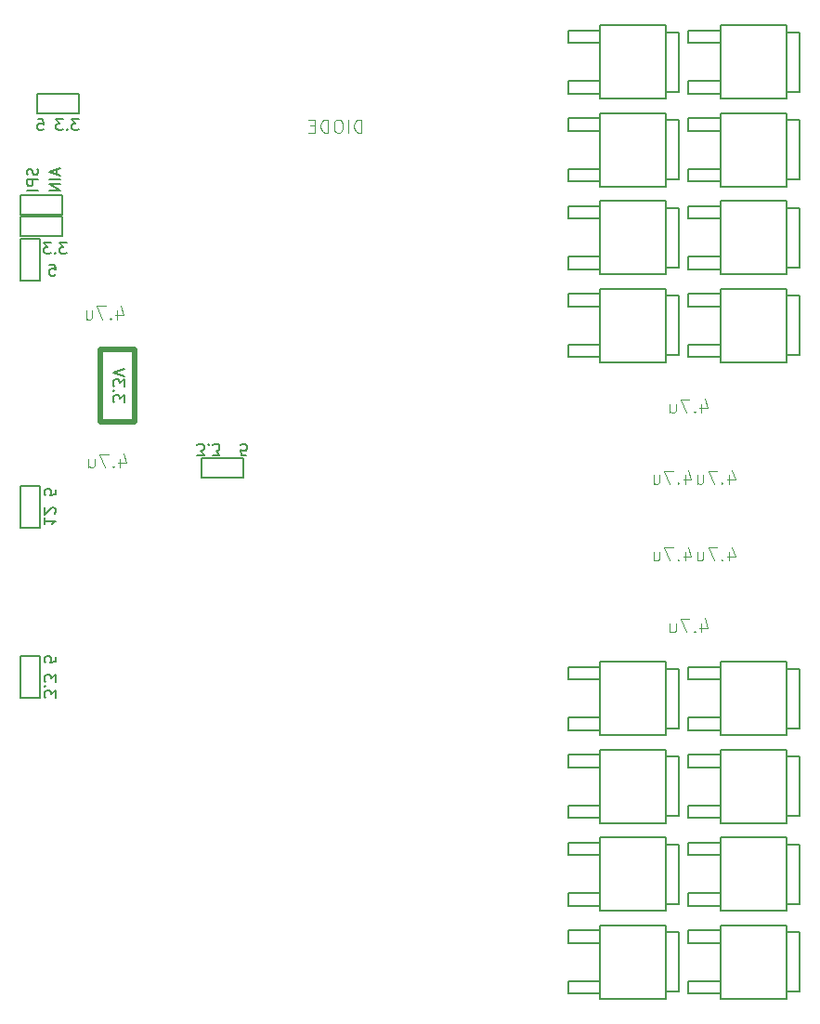
<source format=gbr>
G04 #@! TF.FileFunction,Legend,Bot*
%FSLAX46Y46*%
G04 Gerber Fmt 4.6, Leading zero omitted, Abs format (unit mm)*
G04 Created by KiCad (PCBNEW 4.0.7) date 12/18/17 20:41:25*
%MOMM*%
%LPD*%
G01*
G04 APERTURE LIST*
%ADD10C,0.100000*%
%ADD11C,0.200000*%
%ADD12C,0.500000*%
%ADD13C,0.150000*%
%ADD14C,0.101600*%
G04 APERTURE END LIST*
D10*
D11*
X14047619Y-37976190D02*
X14047619Y-37357142D01*
X13666667Y-37690476D01*
X13666667Y-37547618D01*
X13619048Y-37452380D01*
X13571429Y-37404761D01*
X13476190Y-37357142D01*
X13238095Y-37357142D01*
X13142857Y-37404761D01*
X13095238Y-37452380D01*
X13047619Y-37547618D01*
X13047619Y-37833333D01*
X13095238Y-37928571D01*
X13142857Y-37976190D01*
X13142857Y-36928571D02*
X13095238Y-36880952D01*
X13047619Y-36928571D01*
X13095238Y-36976190D01*
X13142857Y-36928571D01*
X13047619Y-36928571D01*
X14047619Y-36547619D02*
X14047619Y-35928571D01*
X13666667Y-36261905D01*
X13666667Y-36119047D01*
X13619048Y-36023809D01*
X13571429Y-35976190D01*
X13476190Y-35928571D01*
X13238095Y-35928571D01*
X13142857Y-35976190D01*
X13095238Y-36023809D01*
X13047619Y-36119047D01*
X13047619Y-36404762D01*
X13095238Y-36500000D01*
X13142857Y-36547619D01*
X14047619Y-35642857D02*
X13047619Y-35309524D01*
X14047619Y-34976190D01*
X6797619Y-48547619D02*
X6797619Y-49119048D01*
X6797619Y-48833334D02*
X7797619Y-48833334D01*
X7654762Y-48928572D01*
X7559524Y-49023810D01*
X7511905Y-49119048D01*
X7702381Y-48166667D02*
X7750000Y-48119048D01*
X7797619Y-48023810D01*
X7797619Y-47785714D01*
X7750000Y-47690476D01*
X7702381Y-47642857D01*
X7607143Y-47595238D01*
X7511905Y-47595238D01*
X7369048Y-47642857D01*
X6797619Y-48214286D01*
X6797619Y-47595238D01*
X7797619Y-45928571D02*
X7797619Y-46404762D01*
X7321429Y-46452381D01*
X7369048Y-46404762D01*
X7416667Y-46309524D01*
X7416667Y-46071428D01*
X7369048Y-45976190D01*
X7321429Y-45928571D01*
X7226190Y-45880952D01*
X6988095Y-45880952D01*
X6892857Y-45928571D01*
X6845238Y-45976190D01*
X6797619Y-46071428D01*
X6797619Y-46309524D01*
X6845238Y-46404762D01*
X6892857Y-46452381D01*
X9904762Y-12202381D02*
X9285714Y-12202381D01*
X9619048Y-12583333D01*
X9476190Y-12583333D01*
X9380952Y-12630952D01*
X9333333Y-12678571D01*
X9285714Y-12773810D01*
X9285714Y-13011905D01*
X9333333Y-13107143D01*
X9380952Y-13154762D01*
X9476190Y-13202381D01*
X9761905Y-13202381D01*
X9857143Y-13154762D01*
X9904762Y-13107143D01*
X8857143Y-13107143D02*
X8809524Y-13154762D01*
X8857143Y-13202381D01*
X8904762Y-13154762D01*
X8857143Y-13107143D01*
X8857143Y-13202381D01*
X8476191Y-12202381D02*
X7857143Y-12202381D01*
X8190477Y-12583333D01*
X8047619Y-12583333D01*
X7952381Y-12630952D01*
X7904762Y-12678571D01*
X7857143Y-12773810D01*
X7857143Y-13011905D01*
X7904762Y-13107143D01*
X7952381Y-13154762D01*
X8047619Y-13202381D01*
X8333334Y-13202381D01*
X8428572Y-13154762D01*
X8476191Y-13107143D01*
X6190476Y-12202381D02*
X6666667Y-12202381D01*
X6714286Y-12678571D01*
X6666667Y-12630952D01*
X6571429Y-12583333D01*
X6333333Y-12583333D01*
X6238095Y-12630952D01*
X6190476Y-12678571D01*
X6142857Y-12773810D01*
X6142857Y-13011905D01*
X6190476Y-13107143D01*
X6238095Y-13154762D01*
X6333333Y-13202381D01*
X6571429Y-13202381D01*
X6666667Y-13154762D01*
X6714286Y-13107143D01*
X7797619Y-64904762D02*
X7797619Y-64285714D01*
X7416667Y-64619048D01*
X7416667Y-64476190D01*
X7369048Y-64380952D01*
X7321429Y-64333333D01*
X7226190Y-64285714D01*
X6988095Y-64285714D01*
X6892857Y-64333333D01*
X6845238Y-64380952D01*
X6797619Y-64476190D01*
X6797619Y-64761905D01*
X6845238Y-64857143D01*
X6892857Y-64904762D01*
X6892857Y-63857143D02*
X6845238Y-63809524D01*
X6797619Y-63857143D01*
X6845238Y-63904762D01*
X6892857Y-63857143D01*
X6797619Y-63857143D01*
X7797619Y-63476191D02*
X7797619Y-62857143D01*
X7416667Y-63190477D01*
X7416667Y-63047619D01*
X7369048Y-62952381D01*
X7321429Y-62904762D01*
X7226190Y-62857143D01*
X6988095Y-62857143D01*
X6892857Y-62904762D01*
X6845238Y-62952381D01*
X6797619Y-63047619D01*
X6797619Y-63333334D01*
X6845238Y-63428572D01*
X6892857Y-63476191D01*
X7797619Y-61190476D02*
X7797619Y-61666667D01*
X7321429Y-61714286D01*
X7369048Y-61666667D01*
X7416667Y-61571429D01*
X7416667Y-61333333D01*
X7369048Y-61238095D01*
X7321429Y-61190476D01*
X7226190Y-61142857D01*
X6988095Y-61142857D01*
X6892857Y-61190476D01*
X6845238Y-61238095D01*
X6797619Y-61333333D01*
X6797619Y-61571429D01*
X6845238Y-61666667D01*
X6892857Y-61714286D01*
X20714286Y-42797619D02*
X21333334Y-42797619D01*
X21000000Y-42416667D01*
X21142858Y-42416667D01*
X21238096Y-42369048D01*
X21285715Y-42321429D01*
X21333334Y-42226190D01*
X21333334Y-41988095D01*
X21285715Y-41892857D01*
X21238096Y-41845238D01*
X21142858Y-41797619D01*
X20857143Y-41797619D01*
X20761905Y-41845238D01*
X20714286Y-41892857D01*
X21761905Y-41892857D02*
X21809524Y-41845238D01*
X21761905Y-41797619D01*
X21714286Y-41845238D01*
X21761905Y-41892857D01*
X21761905Y-41797619D01*
X22142857Y-42797619D02*
X22761905Y-42797619D01*
X22428571Y-42416667D01*
X22571429Y-42416667D01*
X22666667Y-42369048D01*
X22714286Y-42321429D01*
X22761905Y-42226190D01*
X22761905Y-41988095D01*
X22714286Y-41892857D01*
X22666667Y-41845238D01*
X22571429Y-41797619D01*
X22285714Y-41797619D01*
X22190476Y-41845238D01*
X22142857Y-41892857D01*
X25190477Y-42797619D02*
X24714286Y-42797619D01*
X24666667Y-42321429D01*
X24714286Y-42369048D01*
X24809524Y-42416667D01*
X25047620Y-42416667D01*
X25142858Y-42369048D01*
X25190477Y-42321429D01*
X25238096Y-42226190D01*
X25238096Y-41988095D01*
X25190477Y-41892857D01*
X25142858Y-41845238D01*
X25047620Y-41797619D01*
X24809524Y-41797619D01*
X24714286Y-41845238D01*
X24666667Y-41892857D01*
X7261904Y-25452381D02*
X7738095Y-25452381D01*
X7785714Y-25928571D01*
X7738095Y-25880952D01*
X7642857Y-25833333D01*
X7404761Y-25833333D01*
X7309523Y-25880952D01*
X7261904Y-25928571D01*
X7214285Y-26023810D01*
X7214285Y-26261905D01*
X7261904Y-26357143D01*
X7309523Y-26404762D01*
X7404761Y-26452381D01*
X7642857Y-26452381D01*
X7738095Y-26404762D01*
X7785714Y-26357143D01*
X8797619Y-23452381D02*
X8178571Y-23452381D01*
X8511905Y-23833333D01*
X8369047Y-23833333D01*
X8273809Y-23880952D01*
X8226190Y-23928571D01*
X8178571Y-24023810D01*
X8178571Y-24261905D01*
X8226190Y-24357143D01*
X8273809Y-24404762D01*
X8369047Y-24452381D01*
X8654762Y-24452381D01*
X8750000Y-24404762D01*
X8797619Y-24357143D01*
X7750000Y-24357143D02*
X7702381Y-24404762D01*
X7750000Y-24452381D01*
X7797619Y-24404762D01*
X7750000Y-24357143D01*
X7750000Y-24452381D01*
X7369048Y-23452381D02*
X6750000Y-23452381D01*
X7083334Y-23833333D01*
X6940476Y-23833333D01*
X6845238Y-23880952D01*
X6797619Y-23928571D01*
X6750000Y-24023810D01*
X6750000Y-24261905D01*
X6797619Y-24357143D01*
X6845238Y-24404762D01*
X6940476Y-24452381D01*
X7226191Y-24452381D01*
X7321429Y-24404762D01*
X7369048Y-24357143D01*
X6154762Y-16726191D02*
X6202381Y-16869048D01*
X6202381Y-17107144D01*
X6154762Y-17202382D01*
X6107143Y-17250001D01*
X6011905Y-17297620D01*
X5916667Y-17297620D01*
X5821429Y-17250001D01*
X5773810Y-17202382D01*
X5726190Y-17107144D01*
X5678571Y-16916667D01*
X5630952Y-16821429D01*
X5583333Y-16773810D01*
X5488095Y-16726191D01*
X5392857Y-16726191D01*
X5297619Y-16773810D01*
X5250000Y-16821429D01*
X5202381Y-16916667D01*
X5202381Y-17154763D01*
X5250000Y-17297620D01*
X6202381Y-17726191D02*
X5202381Y-17726191D01*
X5202381Y-18107144D01*
X5250000Y-18202382D01*
X5297619Y-18250001D01*
X5392857Y-18297620D01*
X5535714Y-18297620D01*
X5630952Y-18250001D01*
X5678571Y-18202382D01*
X5726190Y-18107144D01*
X5726190Y-17726191D01*
X6202381Y-18726191D02*
X5202381Y-18726191D01*
X7916667Y-16750000D02*
X7916667Y-17226191D01*
X8202381Y-16654762D02*
X7202381Y-16988095D01*
X8202381Y-17321429D01*
X8202381Y-17654762D02*
X7202381Y-17654762D01*
X8202381Y-18130952D02*
X7202381Y-18130952D01*
X8202381Y-18702381D01*
X7202381Y-18702381D01*
D12*
X15000000Y-33200000D02*
X11900000Y-33200000D01*
X15000000Y-39800000D02*
X11900000Y-39800000D01*
X11900000Y-39800000D02*
X11900000Y-33200000D01*
X15000000Y-39800000D02*
X15000000Y-33200000D01*
D13*
X63432300Y-9705100D02*
X64626100Y-9705100D01*
X64626100Y-9705100D02*
X64626100Y-4294900D01*
X64626100Y-4294900D02*
X63419600Y-4294900D01*
X57425200Y-5272800D02*
X54516900Y-5272800D01*
X54516900Y-4129800D02*
X57425200Y-4129800D01*
X54516900Y-5272800D02*
X54516900Y-4129800D01*
X54516900Y-9870200D02*
X54516900Y-8727200D01*
X54516900Y-8727200D02*
X57425200Y-8727200D01*
X57425200Y-9870200D02*
X54516900Y-9870200D01*
X57425200Y-3647200D02*
X63419600Y-3647200D01*
X63419600Y-3647200D02*
X63419600Y-10352800D01*
X63419600Y-10352800D02*
X57425200Y-10352800D01*
X57425200Y-3647200D02*
X57425200Y-10352800D01*
X63432300Y-17705100D02*
X64626100Y-17705100D01*
X64626100Y-17705100D02*
X64626100Y-12294900D01*
X64626100Y-12294900D02*
X63419600Y-12294900D01*
X57425200Y-13272800D02*
X54516900Y-13272800D01*
X54516900Y-12129800D02*
X57425200Y-12129800D01*
X54516900Y-13272800D02*
X54516900Y-12129800D01*
X54516900Y-17870200D02*
X54516900Y-16727200D01*
X54516900Y-16727200D02*
X57425200Y-16727200D01*
X57425200Y-17870200D02*
X54516900Y-17870200D01*
X57425200Y-11647200D02*
X63419600Y-11647200D01*
X63419600Y-11647200D02*
X63419600Y-18352800D01*
X63419600Y-18352800D02*
X57425200Y-18352800D01*
X57425200Y-11647200D02*
X57425200Y-18352800D01*
X74432300Y-25705100D02*
X75626100Y-25705100D01*
X75626100Y-25705100D02*
X75626100Y-20294900D01*
X75626100Y-20294900D02*
X74419600Y-20294900D01*
X68425200Y-21272800D02*
X65516900Y-21272800D01*
X65516900Y-20129800D02*
X68425200Y-20129800D01*
X65516900Y-21272800D02*
X65516900Y-20129800D01*
X65516900Y-25870200D02*
X65516900Y-24727200D01*
X65516900Y-24727200D02*
X68425200Y-24727200D01*
X68425200Y-25870200D02*
X65516900Y-25870200D01*
X68425200Y-19647200D02*
X74419600Y-19647200D01*
X74419600Y-19647200D02*
X74419600Y-26352800D01*
X74419600Y-26352800D02*
X68425200Y-26352800D01*
X68425200Y-19647200D02*
X68425200Y-26352800D01*
X63432300Y-25705100D02*
X64626100Y-25705100D01*
X64626100Y-25705100D02*
X64626100Y-20294900D01*
X64626100Y-20294900D02*
X63419600Y-20294900D01*
X57425200Y-21272800D02*
X54516900Y-21272800D01*
X54516900Y-20129800D02*
X57425200Y-20129800D01*
X54516900Y-21272800D02*
X54516900Y-20129800D01*
X54516900Y-25870200D02*
X54516900Y-24727200D01*
X54516900Y-24727200D02*
X57425200Y-24727200D01*
X57425200Y-25870200D02*
X54516900Y-25870200D01*
X57425200Y-19647200D02*
X63419600Y-19647200D01*
X63419600Y-19647200D02*
X63419600Y-26352800D01*
X63419600Y-26352800D02*
X57425200Y-26352800D01*
X57425200Y-19647200D02*
X57425200Y-26352800D01*
X74432300Y-33705100D02*
X75626100Y-33705100D01*
X75626100Y-33705100D02*
X75626100Y-28294900D01*
X75626100Y-28294900D02*
X74419600Y-28294900D01*
X68425200Y-29272800D02*
X65516900Y-29272800D01*
X65516900Y-28129800D02*
X68425200Y-28129800D01*
X65516900Y-29272800D02*
X65516900Y-28129800D01*
X65516900Y-33870200D02*
X65516900Y-32727200D01*
X65516900Y-32727200D02*
X68425200Y-32727200D01*
X68425200Y-33870200D02*
X65516900Y-33870200D01*
X68425200Y-27647200D02*
X74419600Y-27647200D01*
X74419600Y-27647200D02*
X74419600Y-34352800D01*
X74419600Y-34352800D02*
X68425200Y-34352800D01*
X68425200Y-27647200D02*
X68425200Y-34352800D01*
X63432300Y-33705100D02*
X64626100Y-33705100D01*
X64626100Y-33705100D02*
X64626100Y-28294900D01*
X64626100Y-28294900D02*
X63419600Y-28294900D01*
X57425200Y-29272800D02*
X54516900Y-29272800D01*
X54516900Y-28129800D02*
X57425200Y-28129800D01*
X54516900Y-29272800D02*
X54516900Y-28129800D01*
X54516900Y-33870200D02*
X54516900Y-32727200D01*
X54516900Y-32727200D02*
X57425200Y-32727200D01*
X57425200Y-33870200D02*
X54516900Y-33870200D01*
X57425200Y-27647200D02*
X63419600Y-27647200D01*
X63419600Y-27647200D02*
X63419600Y-34352800D01*
X63419600Y-34352800D02*
X57425200Y-34352800D01*
X57425200Y-27647200D02*
X57425200Y-34352800D01*
X74432300Y-67705100D02*
X75626100Y-67705100D01*
X75626100Y-67705100D02*
X75626100Y-62294900D01*
X75626100Y-62294900D02*
X74419600Y-62294900D01*
X68425200Y-63272800D02*
X65516900Y-63272800D01*
X65516900Y-62129800D02*
X68425200Y-62129800D01*
X65516900Y-63272800D02*
X65516900Y-62129800D01*
X65516900Y-67870200D02*
X65516900Y-66727200D01*
X65516900Y-66727200D02*
X68425200Y-66727200D01*
X68425200Y-67870200D02*
X65516900Y-67870200D01*
X68425200Y-61647200D02*
X74419600Y-61647200D01*
X74419600Y-61647200D02*
X74419600Y-68352800D01*
X74419600Y-68352800D02*
X68425200Y-68352800D01*
X68425200Y-61647200D02*
X68425200Y-68352800D01*
X63432300Y-67705100D02*
X64626100Y-67705100D01*
X64626100Y-67705100D02*
X64626100Y-62294900D01*
X64626100Y-62294900D02*
X63419600Y-62294900D01*
X57425200Y-63272800D02*
X54516900Y-63272800D01*
X54516900Y-62129800D02*
X57425200Y-62129800D01*
X54516900Y-63272800D02*
X54516900Y-62129800D01*
X54516900Y-67870200D02*
X54516900Y-66727200D01*
X54516900Y-66727200D02*
X57425200Y-66727200D01*
X57425200Y-67870200D02*
X54516900Y-67870200D01*
X57425200Y-61647200D02*
X63419600Y-61647200D01*
X63419600Y-61647200D02*
X63419600Y-68352800D01*
X63419600Y-68352800D02*
X57425200Y-68352800D01*
X57425200Y-61647200D02*
X57425200Y-68352800D01*
X74432300Y-75705100D02*
X75626100Y-75705100D01*
X75626100Y-75705100D02*
X75626100Y-70294900D01*
X75626100Y-70294900D02*
X74419600Y-70294900D01*
X68425200Y-71272800D02*
X65516900Y-71272800D01*
X65516900Y-70129800D02*
X68425200Y-70129800D01*
X65516900Y-71272800D02*
X65516900Y-70129800D01*
X65516900Y-75870200D02*
X65516900Y-74727200D01*
X65516900Y-74727200D02*
X68425200Y-74727200D01*
X68425200Y-75870200D02*
X65516900Y-75870200D01*
X68425200Y-69647200D02*
X74419600Y-69647200D01*
X74419600Y-69647200D02*
X74419600Y-76352800D01*
X74419600Y-76352800D02*
X68425200Y-76352800D01*
X68425200Y-69647200D02*
X68425200Y-76352800D01*
X63432300Y-75705100D02*
X64626100Y-75705100D01*
X64626100Y-75705100D02*
X64626100Y-70294900D01*
X64626100Y-70294900D02*
X63419600Y-70294900D01*
X57425200Y-71272800D02*
X54516900Y-71272800D01*
X54516900Y-70129800D02*
X57425200Y-70129800D01*
X54516900Y-71272800D02*
X54516900Y-70129800D01*
X54516900Y-75870200D02*
X54516900Y-74727200D01*
X54516900Y-74727200D02*
X57425200Y-74727200D01*
X57425200Y-75870200D02*
X54516900Y-75870200D01*
X57425200Y-69647200D02*
X63419600Y-69647200D01*
X63419600Y-69647200D02*
X63419600Y-76352800D01*
X63419600Y-76352800D02*
X57425200Y-76352800D01*
X57425200Y-69647200D02*
X57425200Y-76352800D01*
X74432300Y-9705100D02*
X75626100Y-9705100D01*
X75626100Y-9705100D02*
X75626100Y-4294900D01*
X75626100Y-4294900D02*
X74419600Y-4294900D01*
X68425200Y-5272800D02*
X65516900Y-5272800D01*
X65516900Y-4129800D02*
X68425200Y-4129800D01*
X65516900Y-5272800D02*
X65516900Y-4129800D01*
X65516900Y-9870200D02*
X65516900Y-8727200D01*
X65516900Y-8727200D02*
X68425200Y-8727200D01*
X68425200Y-9870200D02*
X65516900Y-9870200D01*
X68425200Y-3647200D02*
X74419600Y-3647200D01*
X74419600Y-3647200D02*
X74419600Y-10352800D01*
X74419600Y-10352800D02*
X68425200Y-10352800D01*
X68425200Y-3647200D02*
X68425200Y-10352800D01*
X74432300Y-17705100D02*
X75626100Y-17705100D01*
X75626100Y-17705100D02*
X75626100Y-12294900D01*
X75626100Y-12294900D02*
X74419600Y-12294900D01*
X68425200Y-13272800D02*
X65516900Y-13272800D01*
X65516900Y-12129800D02*
X68425200Y-12129800D01*
X65516900Y-13272800D02*
X65516900Y-12129800D01*
X65516900Y-17870200D02*
X65516900Y-16727200D01*
X65516900Y-16727200D02*
X68425200Y-16727200D01*
X68425200Y-17870200D02*
X65516900Y-17870200D01*
X68425200Y-11647200D02*
X74419600Y-11647200D01*
X74419600Y-11647200D02*
X74419600Y-18352800D01*
X74419600Y-18352800D02*
X68425200Y-18352800D01*
X68425200Y-11647200D02*
X68425200Y-18352800D01*
X6389000Y-61095000D02*
X6389000Y-64905000D01*
X6389000Y-64905000D02*
X4611000Y-64905000D01*
X4611000Y-64905000D02*
X4611000Y-61095000D01*
X6389000Y-61095000D02*
X4611000Y-61095000D01*
X24905000Y-44889000D02*
X21095000Y-44889000D01*
X21095000Y-44889000D02*
X21095000Y-43111000D01*
X21095000Y-43111000D02*
X24905000Y-43111000D01*
X24905000Y-44889000D02*
X24905000Y-43111000D01*
X4611000Y-26905000D02*
X4611000Y-23095000D01*
X4611000Y-23095000D02*
X6389000Y-23095000D01*
X6389000Y-23095000D02*
X6389000Y-26905000D01*
X4611000Y-26905000D02*
X6389000Y-26905000D01*
X74432300Y-83705100D02*
X75626100Y-83705100D01*
X75626100Y-83705100D02*
X75626100Y-78294900D01*
X75626100Y-78294900D02*
X74419600Y-78294900D01*
X68425200Y-79272800D02*
X65516900Y-79272800D01*
X65516900Y-78129800D02*
X68425200Y-78129800D01*
X65516900Y-79272800D02*
X65516900Y-78129800D01*
X65516900Y-83870200D02*
X65516900Y-82727200D01*
X65516900Y-82727200D02*
X68425200Y-82727200D01*
X68425200Y-83870200D02*
X65516900Y-83870200D01*
X68425200Y-77647200D02*
X74419600Y-77647200D01*
X74419600Y-77647200D02*
X74419600Y-84352800D01*
X74419600Y-84352800D02*
X68425200Y-84352800D01*
X68425200Y-77647200D02*
X68425200Y-84352800D01*
X63432300Y-83705100D02*
X64626100Y-83705100D01*
X64626100Y-83705100D02*
X64626100Y-78294900D01*
X64626100Y-78294900D02*
X63419600Y-78294900D01*
X57425200Y-79272800D02*
X54516900Y-79272800D01*
X54516900Y-78129800D02*
X57425200Y-78129800D01*
X54516900Y-79272800D02*
X54516900Y-78129800D01*
X54516900Y-83870200D02*
X54516900Y-82727200D01*
X54516900Y-82727200D02*
X57425200Y-82727200D01*
X57425200Y-83870200D02*
X54516900Y-83870200D01*
X57425200Y-77647200D02*
X63419600Y-77647200D01*
X63419600Y-77647200D02*
X63419600Y-84352800D01*
X63419600Y-84352800D02*
X57425200Y-84352800D01*
X57425200Y-77647200D02*
X57425200Y-84352800D01*
X74432300Y-91705100D02*
X75626100Y-91705100D01*
X75626100Y-91705100D02*
X75626100Y-86294900D01*
X75626100Y-86294900D02*
X74419600Y-86294900D01*
X68425200Y-87272800D02*
X65516900Y-87272800D01*
X65516900Y-86129800D02*
X68425200Y-86129800D01*
X65516900Y-87272800D02*
X65516900Y-86129800D01*
X65516900Y-91870200D02*
X65516900Y-90727200D01*
X65516900Y-90727200D02*
X68425200Y-90727200D01*
X68425200Y-91870200D02*
X65516900Y-91870200D01*
X68425200Y-85647200D02*
X74419600Y-85647200D01*
X74419600Y-85647200D02*
X74419600Y-92352800D01*
X74419600Y-92352800D02*
X68425200Y-92352800D01*
X68425200Y-85647200D02*
X68425200Y-92352800D01*
X63432300Y-91705100D02*
X64626100Y-91705100D01*
X64626100Y-91705100D02*
X64626100Y-86294900D01*
X64626100Y-86294900D02*
X63419600Y-86294900D01*
X57425200Y-87272800D02*
X54516900Y-87272800D01*
X54516900Y-86129800D02*
X57425200Y-86129800D01*
X54516900Y-87272800D02*
X54516900Y-86129800D01*
X54516900Y-91870200D02*
X54516900Y-90727200D01*
X54516900Y-90727200D02*
X57425200Y-90727200D01*
X57425200Y-91870200D02*
X54516900Y-91870200D01*
X57425200Y-85647200D02*
X63419600Y-85647200D01*
X63419600Y-85647200D02*
X63419600Y-92352800D01*
X63419600Y-92352800D02*
X57425200Y-92352800D01*
X57425200Y-85647200D02*
X57425200Y-92352800D01*
X6095000Y-9861000D02*
X9905000Y-9861000D01*
X9905000Y-9861000D02*
X9905000Y-11639000D01*
X9905000Y-11639000D02*
X6095000Y-11639000D01*
X6095000Y-9861000D02*
X6095000Y-11639000D01*
X6389000Y-45595000D02*
X6389000Y-49405000D01*
X6389000Y-49405000D02*
X4611000Y-49405000D01*
X4611000Y-49405000D02*
X4611000Y-45595000D01*
X6389000Y-45595000D02*
X4611000Y-45595000D01*
X4595000Y-19111000D02*
X8405000Y-19111000D01*
X8405000Y-19111000D02*
X8405000Y-20889000D01*
X8405000Y-20889000D02*
X4595000Y-20889000D01*
X4595000Y-19111000D02*
X4595000Y-20889000D01*
X8405000Y-22889000D02*
X4595000Y-22889000D01*
X4595000Y-22889000D02*
X4595000Y-21111000D01*
X4595000Y-21111000D02*
X8405000Y-21111000D01*
X8405000Y-22889000D02*
X8405000Y-21111000D01*
D14*
X13445667Y-29638214D02*
X13445667Y-30442548D01*
X13732929Y-29178595D02*
X14020190Y-30040381D01*
X13273310Y-30040381D01*
X12813690Y-30327643D02*
X12756238Y-30385095D01*
X12813690Y-30442548D01*
X12871142Y-30385095D01*
X12813690Y-30327643D01*
X12813690Y-30442548D01*
X12354071Y-29236048D02*
X11549738Y-29236048D01*
X12066809Y-30442548D01*
X10573047Y-29638214D02*
X10573047Y-30442548D01*
X11090118Y-29638214D02*
X11090118Y-30270190D01*
X11032666Y-30385095D01*
X10917761Y-30442548D01*
X10745404Y-30442548D01*
X10630499Y-30385095D01*
X10573047Y-30327643D01*
X13695667Y-43138214D02*
X13695667Y-43942548D01*
X13982929Y-42678595D02*
X14270190Y-43540381D01*
X13523310Y-43540381D01*
X13063690Y-43827643D02*
X13006238Y-43885095D01*
X13063690Y-43942548D01*
X13121142Y-43885095D01*
X13063690Y-43827643D01*
X13063690Y-43942548D01*
X12604071Y-42736048D02*
X11799738Y-42736048D01*
X12316809Y-43942548D01*
X10823047Y-43138214D02*
X10823047Y-43942548D01*
X11340118Y-43138214D02*
X11340118Y-43770190D01*
X11282666Y-43885095D01*
X11167761Y-43942548D01*
X10995404Y-43942548D01*
X10880499Y-43885095D01*
X10823047Y-43827643D01*
X69195667Y-44638214D02*
X69195667Y-45442548D01*
X69482929Y-44178595D02*
X69770190Y-45040381D01*
X69023310Y-45040381D01*
X68563690Y-45327643D02*
X68506238Y-45385095D01*
X68563690Y-45442548D01*
X68621142Y-45385095D01*
X68563690Y-45327643D01*
X68563690Y-45442548D01*
X68104071Y-44236048D02*
X67299738Y-44236048D01*
X67816809Y-45442548D01*
X66323047Y-44638214D02*
X66323047Y-45442548D01*
X66840118Y-44638214D02*
X66840118Y-45270190D01*
X66782666Y-45385095D01*
X66667761Y-45442548D01*
X66495404Y-45442548D01*
X66380499Y-45385095D01*
X66323047Y-45327643D01*
X66695667Y-38138214D02*
X66695667Y-38942548D01*
X66982929Y-37678595D02*
X67270190Y-38540381D01*
X66523310Y-38540381D01*
X66063690Y-38827643D02*
X66006238Y-38885095D01*
X66063690Y-38942548D01*
X66121142Y-38885095D01*
X66063690Y-38827643D01*
X66063690Y-38942548D01*
X65604071Y-37736048D02*
X64799738Y-37736048D01*
X65316809Y-38942548D01*
X63823047Y-38138214D02*
X63823047Y-38942548D01*
X64340118Y-38138214D02*
X64340118Y-38770190D01*
X64282666Y-38885095D01*
X64167761Y-38942548D01*
X63995404Y-38942548D01*
X63880499Y-38885095D01*
X63823047Y-38827643D01*
X65195667Y-44638214D02*
X65195667Y-45442548D01*
X65482929Y-44178595D02*
X65770190Y-45040381D01*
X65023310Y-45040381D01*
X64563690Y-45327643D02*
X64506238Y-45385095D01*
X64563690Y-45442548D01*
X64621142Y-45385095D01*
X64563690Y-45327643D01*
X64563690Y-45442548D01*
X64104071Y-44236048D02*
X63299738Y-44236048D01*
X63816809Y-45442548D01*
X62323047Y-44638214D02*
X62323047Y-45442548D01*
X62840118Y-44638214D02*
X62840118Y-45270190D01*
X62782666Y-45385095D01*
X62667761Y-45442548D01*
X62495404Y-45442548D01*
X62380499Y-45385095D01*
X62323047Y-45327643D01*
X65195667Y-51638214D02*
X65195667Y-52442548D01*
X65482929Y-51178595D02*
X65770190Y-52040381D01*
X65023310Y-52040381D01*
X64563690Y-52327643D02*
X64506238Y-52385095D01*
X64563690Y-52442548D01*
X64621142Y-52385095D01*
X64563690Y-52327643D01*
X64563690Y-52442548D01*
X64104071Y-51236048D02*
X63299738Y-51236048D01*
X63816809Y-52442548D01*
X62323047Y-51638214D02*
X62323047Y-52442548D01*
X62840118Y-51638214D02*
X62840118Y-52270190D01*
X62782666Y-52385095D01*
X62667761Y-52442548D01*
X62495404Y-52442548D01*
X62380499Y-52385095D01*
X62323047Y-52327643D01*
X69195667Y-51638214D02*
X69195667Y-52442548D01*
X69482929Y-51178595D02*
X69770190Y-52040381D01*
X69023310Y-52040381D01*
X68563690Y-52327643D02*
X68506238Y-52385095D01*
X68563690Y-52442548D01*
X68621142Y-52385095D01*
X68563690Y-52327643D01*
X68563690Y-52442548D01*
X68104071Y-51236048D02*
X67299738Y-51236048D01*
X67816809Y-52442548D01*
X66323047Y-51638214D02*
X66323047Y-52442548D01*
X66840118Y-51638214D02*
X66840118Y-52270190D01*
X66782666Y-52385095D01*
X66667761Y-52442548D01*
X66495404Y-52442548D01*
X66380499Y-52385095D01*
X66323047Y-52327643D01*
X66695667Y-58138214D02*
X66695667Y-58942548D01*
X66982929Y-57678595D02*
X67270190Y-58540381D01*
X66523310Y-58540381D01*
X66063690Y-58827643D02*
X66006238Y-58885095D01*
X66063690Y-58942548D01*
X66121142Y-58885095D01*
X66063690Y-58827643D01*
X66063690Y-58942548D01*
X65604071Y-57736048D02*
X64799738Y-57736048D01*
X65316809Y-58942548D01*
X63823047Y-58138214D02*
X63823047Y-58942548D01*
X64340118Y-58138214D02*
X64340118Y-58770190D01*
X64282666Y-58885095D01*
X64167761Y-58942548D01*
X63995404Y-58942548D01*
X63880499Y-58885095D01*
X63823047Y-58827643D01*
X35712738Y-13442548D02*
X35712738Y-12236048D01*
X35425476Y-12236048D01*
X35253119Y-12293500D01*
X35138214Y-12408405D01*
X35080762Y-12523310D01*
X35023310Y-12753119D01*
X35023310Y-12925476D01*
X35080762Y-13155286D01*
X35138214Y-13270190D01*
X35253119Y-13385095D01*
X35425476Y-13442548D01*
X35712738Y-13442548D01*
X34506238Y-13442548D02*
X34506238Y-12236048D01*
X33701905Y-12236048D02*
X33472095Y-12236048D01*
X33357190Y-12293500D01*
X33242286Y-12408405D01*
X33184833Y-12638214D01*
X33184833Y-13040381D01*
X33242286Y-13270190D01*
X33357190Y-13385095D01*
X33472095Y-13442548D01*
X33701905Y-13442548D01*
X33816809Y-13385095D01*
X33931714Y-13270190D01*
X33989166Y-13040381D01*
X33989166Y-12638214D01*
X33931714Y-12408405D01*
X33816809Y-12293500D01*
X33701905Y-12236048D01*
X32667762Y-13442548D02*
X32667762Y-12236048D01*
X32380500Y-12236048D01*
X32208143Y-12293500D01*
X32093238Y-12408405D01*
X32035786Y-12523310D01*
X31978334Y-12753119D01*
X31978334Y-12925476D01*
X32035786Y-13155286D01*
X32093238Y-13270190D01*
X32208143Y-13385095D01*
X32380500Y-13442548D01*
X32667762Y-13442548D01*
X31461262Y-12810571D02*
X31059095Y-12810571D01*
X30886738Y-13442548D02*
X31461262Y-13442548D01*
X31461262Y-12236048D01*
X30886738Y-12236048D01*
M02*

</source>
